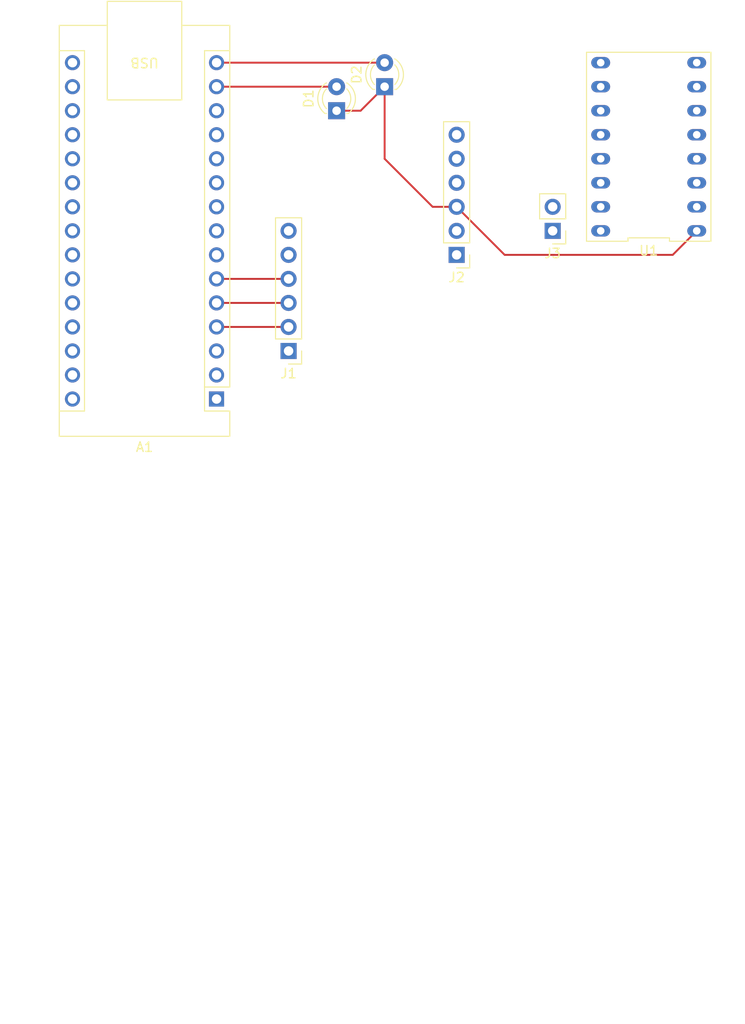
<source format=kicad_pcb>
(kicad_pcb (version 20241229) (generator "pcbnew") (generator_version "9.0")
  (layers (0 "F.Cu" signal) (2 "B.Cu" signal) (13 "F.Paste" user) (15 "B.Paste" user) (5 "F.SilkS" user "F.Silkscreen") (7 "B.SilkS" user "B.Silkscreen") (1 "F.Mask" user) (3 "B.Mask" user) (25 "Edge.Cuts" user))
  (net 0 "")
  (net 1 "ENCODER_A2")
  (net 2 "PWM_MA1")
  (net 3 "GND")
  (net 4 "+5V")
  (net 6 "LED_B")
  (net 7 "ENCODER_A1")
  (net 8 "PWM_MB1")
  (net 9 "PWM_MB2")
  (net 10 "ENCODER_B1")
  (net 11 "PWM_MA2")
  (net 12 "ENCODER_B2")
  (net 13 "LED_A")
  (net 15 "Net-(J1-Pin_6)")
  (net 16 "Net-(J1-Pin_1)")
  (net 17 "Net-(J2-Pin_6)")
  (net 18 "Net-(J2-Pin_1)")
  (net 19 "Net-(J3-Pin_1)")
  (net 20 "Net-(J3-Pin_2)")
  (footprint "LED_THT:LED_D3.0mm" (layer "F.Cu") (at 58.42 25.4 90)
    (property "Reference" "D1" (at 1.27 -2.96 90) (layer "F.SilkS"))
    (property "Value" "LED")
    (fp_line (start -0.29 -1.236) (end -0.29 -1.08) (stroke (width 0.12)) (layer "F.SilkS"))
    (fp_line (start -0.29 1.08) (end -0.29 1.236) (stroke (width 0.12)) (layer "F.SilkS"))
    (fp_arc (start -0.29 -1.235516) (mid 1.36566 -1.987699) (end 2.941437 -1.08) (stroke (width 0.12)) (layer "F.SilkS"))
    (fp_arc (start 0.229039 -1.08) (mid 1.27 -1.5) (end 2.310961 -1.08) (stroke (width 0.12)) (layer "F.SilkS"))
    (fp_arc (start 2.941437 1.08) (mid 1.36566 1.987699) (end -0.29 1.235516) (stroke (width 0.12)) (layer "F.SilkS"))
    (fp_arc (start 2.310961 1.08) (mid 1.27 1.5) (end 0.229039 1.08) (stroke (width 0.12)) (layer "F.SilkS"))
    (pad "1" thru_hole rect (at 0 0 90) (size 1.8 1.8) (drill 0.9) (layers "*.Cu" "*.Mask") (net 3 "GND"))
    (pad "2" thru_hole circle (at 2.54 0 90) (size 1.8 1.8) (drill 0.9) (layers "*.Cu" "*.Mask") (net 13 "LED_A"))
  )
  (footprint "Connector_PinHeader_2.54mm:PinHeader_1x06_P2.54mm_Vertical" (layer "F.Cu") (at 53.34 50.8 180)
    (property "Reference" "J1" (at 0 -2.38 0) (layer "F.SilkS"))
    (property "Value" "motor_B")
    (fp_line (start 1.38 1.27) (end 1.38 14.08) (stroke (width 0.12)) (layer "F.SilkS"))
    (fp_line (start -1.38 14.08) (end 1.38 14.08) (stroke (width 0.12)) (layer "F.SilkS"))
    (fp_line (start -1.38 1.27) (end 1.38 1.27) (stroke (width 0.12)) (layer "F.SilkS"))
    (fp_line (start -1.38 1.27) (end -1.38 14.08) (stroke (width 0.12)) (layer "F.SilkS"))
    (fp_line (start -1.38 0) (end -1.38 -1.38) (stroke (width 0.12)) (layer "F.SilkS"))
    (fp_line (start -1.38 -1.38) (end 0 -1.38) (stroke (width 0.12)) (layer "F.SilkS"))
    (pad "1" thru_hole rect (at 0 0 180) (size 1.7 1.7) (drill 1) (layers "*.Cu" "*.Mask") (net 16 "Net-(J1-Pin_1)"))
    (pad "2" thru_hole circle (at 0 2.54 180) (size 1.7 1.7) (drill 1) (layers "*.Cu" "*.Mask") (net 3 "GND"))
    (pad "3" thru_hole circle (at 0 5.08 180) (size 1.7 1.7) (drill 1) (layers "*.Cu" "*.Mask") (net 10 "ENCODER_B1"))
    (pad "4" thru_hole circle (at 0 7.62 180) (size 1.7 1.7) (drill 1) (layers "*.Cu" "*.Mask") (net 12 "ENCODER_B2"))
    (pad "5" thru_hole circle (at 0 10.16 180) (size 1.7 1.7) (drill 1) (layers "*.Cu" "*.Mask") (net 4 "+5V"))
    (pad "6" thru_hole circle (at 0 12.7 180) (size 1.7 1.7) (drill 1) (layers "*.Cu" "*.Mask") (net 15 "Net-(J1-Pin_6)"))
  )
  (footprint "Custom_Motor:DIP-16_400_ELL" (layer "F.Cu") (at 91.44 29.21 180)
    (property "Reference" "U1" (at 0 -10.99 0) (layer "F.SilkS"))
    (property "Value" "DVR8833")
    (fp_line (start 6.58 -9.99) (end 2.193333 -9.99) (stroke (width 0.12)) (layer "F.SilkS"))
    (fp_line (start 6.579999 9.99) (end 6.58 -9.99) (stroke (width 0.12)) (layer "F.SilkS"))
    (fp_line (start 2.193333 -9.63) (end -2.193333 -9.63) (stroke (width 0.12)) (layer "F.SilkS"))
    (fp_line (start 2.193333 -9.99) (end 2.193333 -9.63) (stroke (width 0.12)) (layer "F.SilkS"))
    (fp_line (start -2.193333 -9.63) (end -2.193333 -9.99) (stroke (width 0.12)) (layer "F.SilkS"))
    (fp_line (start -2.193333 -9.99) (end -6.579999 -9.99) (stroke (width 0.12)) (layer "F.SilkS"))
    (fp_line (start -6.579999 -9.99) (end -6.58 9.99) (stroke (width 0.12)) (layer "F.SilkS"))
    (fp_line (start -6.58 9.99) (end 6.579999 9.99) (stroke (width 0.12)) (layer "F.SilkS"))
    (pad "1" thru_hole oval (at -5.08 -8.89 90) (size 1.2 2) (drill 0.8) (layers "*.Cu" "*.Mask") (net 3 "GND"))
    (pad "2" thru_hole oval (at -5.08 -6.35 90) (size 1.2 2) (drill 0.8) (layers "*.Cu" "*.Mask"))
    (pad "3" thru_hole oval (at -5.08 -3.81 90) (size 1.2 2) (drill 0.8) (layers "*.Cu" "*.Mask") (net 8 "PWM_MB1"))
    (pad "4" thru_hole oval (at -5.08 -1.27 90) (size 1.2 2) (drill 0.8) (layers "*.Cu" "*.Mask") (net 9 "PWM_MB2"))
    (pad "5" thru_hole oval (at -5.08 1.27 90) (size 1.2 2) (drill 0.8) (layers "*.Cu" "*.Mask") (net 2 "PWM_MA1"))
    (pad "6" thru_hole oval (at -5.08 3.81 90) (size 1.2 2) (drill 0.8) (layers "*.Cu" "*.Mask") (net 11 "PWM_MA2"))
    (pad "7" thru_hole oval (at -5.08 6.35 90) (size 1.2 2) (drill 0.8) (layers "*.Cu" "*.Mask"))
    (pad "8" thru_hole oval (at -5.08 8.89 90) (size 1.2 2) (drill 0.8) (layers "*.Cu" "*.Mask"))
    (pad "9" thru_hole oval (at 5.08 8.89 90) (size 1.2 2) (drill 0.8) (layers "*.Cu" "*.Mask"))
    (pad "10" thru_hole oval (at 5.08 6.35 90) (size 1.2 2) (drill 0.8) (layers "*.Cu" "*.Mask"))
    (pad "11" thru_hole oval (at 5.08 3.81 90) (size 1.2 2) (drill 0.8) (layers "*.Cu" "*.Mask") (net 17 "Net-(J2-Pin_6)"))
    (pad "12" thru_hole oval (at 5.08 1.27 90) (size 1.2 2) (drill 0.8) (layers "*.Cu" "*.Mask") (net 18 "Net-(J2-Pin_1)"))
    (pad "13" thru_hole oval (at 5.08 -1.27 90) (size 1.2 2) (drill 0.8) (layers "*.Cu" "*.Mask") (net 15 "Net-(J1-Pin_6)"))
    (pad "14" thru_hole oval (at 5.08 -3.81 90) (size 1.2 2) (drill 0.8) (layers "*.Cu" "*.Mask") (net 16 "Net-(J1-Pin_1)"))
    (pad "15" thru_hole oval (at 5.08 -6.35 90) (size 1.2 2) (drill 0.8) (layers "*.Cu" "*.Mask") (net 20 "Net-(J3-Pin_2)"))
    (pad "16" thru_hole oval (at 5.08 -8.89 90) (size 1.2 2) (drill 0.8) (layers "*.Cu" "*.Mask") (net 19 "Net-(J3-Pin_1)"))
  )
  (footprint "LED_THT:LED_D3.0mm" (layer "F.Cu") (at 63.5 22.86 90)
    (property "Reference" "D2" (at 1.27 -2.96 90) (layer "F.SilkS"))
    (property "Value" "LED")
    (fp_line (start -0.29 -1.236) (end -0.29 -1.08) (stroke (width 0.12)) (layer "F.SilkS"))
    (fp_line (start -0.29 1.08) (end -0.29 1.236) (stroke (width 0.12)) (layer "F.SilkS"))
    (fp_arc (start -0.29 -1.235516) (mid 1.36566 -1.987699) (end 2.941437 -1.08) (stroke (width 0.12)) (layer "F.SilkS"))
    (fp_arc (start 0.229039 -1.08) (mid 1.27 -1.5) (end 2.310961 -1.08) (stroke (width 0.12)) (layer "F.SilkS"))
    (fp_arc (start 2.941437 1.08) (mid 1.36566 1.987699) (end -0.29 1.235516) (stroke (width 0.12)) (layer "F.SilkS"))
    (fp_arc (start 2.310961 1.08) (mid 1.27 1.5) (end 0.229039 1.08) (stroke (width 0.12)) (layer "F.SilkS"))
    (pad "1" thru_hole rect (at 0 0 90) (size 1.8 1.8) (drill 0.9) (layers "*.Cu" "*.Mask") (net 3 "GND"))
    (pad "2" thru_hole circle (at 2.54 0 90) (size 1.8 1.8) (drill 0.9) (layers "*.Cu" "*.Mask") (net 6 "LED_B"))
  )
  (footprint "Connector_PinHeader_2.54mm:PinHeader_1x02_P2.54mm_Vertical" (layer "F.Cu") (at 81.28 38.1 180)
    (property "Reference" "J3" (at 0 -2.38 0) (layer "F.SilkS"))
    (property "Value" "power_motor")
    (fp_line (start 1.38 1.27) (end 1.38 3.92) (stroke (width 0.12)) (layer "F.SilkS"))
    (fp_line (start -1.38 3.92) (end 1.38 3.92) (stroke (width 0.12)) (layer "F.SilkS"))
    (fp_line (start -1.38 1.27) (end 1.38 1.27) (stroke (width 0.12)) (layer "F.SilkS"))
    (fp_line (start -1.38 1.27) (end -1.38 3.92) (stroke (width 0.12)) (layer "F.SilkS"))
    (fp_line (start -1.38 0) (end -1.38 -1.38) (stroke (width 0.12)) (layer "F.SilkS"))
    (fp_line (start -1.38 -1.38) (end 0 -1.38) (stroke (width 0.12)) (layer "F.SilkS"))
    (pad "1" thru_hole rect (at 0 0 180) (size 1.7 1.7) (drill 1) (layers "*.Cu" "*.Mask") (net 19 "Net-(J3-Pin_1)"))
    (pad "2" thru_hole circle (at 0 2.54 180) (size 1.7 1.7) (drill 1) (layers "*.Cu" "*.Mask") (net 20 "Net-(J3-Pin_2)"))
  )
  (footprint "Module:Arduino_Nano" (layer "F.Cu") (at 45.72 55.88 180)
    (property "Reference" "A1" (at 7.62 -5.08 0) (layer "F.SilkS"))
    (property "Value" "Arduino_Nano_v3.x")
    (fp_line (start 16.64 39.5) (end 16.64 -3.94) (stroke (width 0.12)) (layer "F.SilkS"))
    (fp_line (start 16.64 39.5) (end 11.56 39.5) (stroke (width 0.12)) (layer "F.SilkS"))
    (fp_line (start 16.64 -3.94) (end -1.4 -3.94) (stroke (width 0.12)) (layer "F.SilkS"))
    (fp_line (start 13.97 36.83) (end 16.64 36.83) (stroke (width 0.12)) (layer "F.SilkS"))
    (fp_line (start 13.97 -1.27) (end 16.64 -1.27) (stroke (width 0.12)) (layer "F.SilkS"))
    (fp_line (start 13.97 -1.27) (end 13.97 36.83) (stroke (width 0.12)) (layer "F.SilkS"))
    (fp_line (start 11.56 42.04) (end 3.68 42.04) (stroke (width 0.12)) (layer "F.SilkS"))
    (fp_line (start 11.56 31.62) (end 11.56 42.04) (stroke (width 0.12)) (layer "F.SilkS"))
    (fp_line (start 3.68 42.04) (end 3.68 31.62) (stroke (width 0.12)) (layer "F.SilkS"))
    (fp_line (start 3.68 31.62) (end 11.56 31.62) (stroke (width 0.12)) (layer "F.SilkS"))
    (fp_line (start 1.27 36.83) (end -1.4 36.83) (stroke (width 0.12)) (layer "F.SilkS"))
    (fp_line (start 1.27 1.27) (end 1.27 36.83) (stroke (width 0.12)) (layer "F.SilkS"))
    (fp_line (start 1.27 1.27) (end 1.27 -1.27) (stroke (width 0.12)) (layer "F.SilkS"))
    (fp_line (start 1.27 1.27) (end -1.4 1.27) (stroke (width 0.12)) (layer "F.SilkS"))
    (fp_line (start 1.27 -1.27) (end -1.4 -1.27) (stroke (width 0.12)) (layer "F.SilkS"))
    (fp_line (start -1.4 39.5) (end 3.68 39.5) (stroke (width 0.12)) (layer "F.SilkS"))
    (fp_line (start -1.4 1.27) (end -1.4 39.5) (stroke (width 0.12)) (layer "F.SilkS"))
    (fp_line (start -1.4 -3.94) (end -1.4 -1.27) (stroke (width 0.12)) (layer "F.SilkS"))
    (fp_text user "USB" (at 7.62 35.56 180) (layer "F.SilkS"))
    (pad "1" thru_hole rect (at 0 0 180) (size 1.6 1.6) (drill 1) (layers "*.Cu" "*.Mask"))
    (pad "2" thru_hole oval (at 0 2.54 180) (size 1.6 1.6) (drill 1) (layers "*.Cu" "*.Mask"))
    (pad "3" thru_hole oval (at 0 5.08 180) (size 1.6 1.6) (drill 1) (layers "*.Cu" "*.Mask"))
    (pad "4" thru_hole oval (at 0 7.62 180) (size 1.6 1.6) (drill 1) (layers "*.Cu" "*.Mask") (net 3 "GND"))
    (pad "5" thru_hole oval (at 0 10.16 180) (size 1.6 1.6) (drill 1) (layers "*.Cu" "*.Mask") (net 10 "ENCODER_B1"))
    (pad "6" thru_hole oval (at 0 12.7 180) (size 1.6 1.6) (drill 1) (layers "*.Cu" "*.Mask") (net 12 "ENCODER_B2"))
    (pad "7" thru_hole oval (at 0 15.24 180) (size 1.6 1.6) (drill 1) (layers "*.Cu" "*.Mask"))
    (pad "8" thru_hole oval (at 0 17.78 180) (size 1.6 1.6) (drill 1) (layers "*.Cu" "*.Mask") (net 8 "PWM_MB1"))
    (pad "9" thru_hole oval (at 0 20.32 180) (size 1.6 1.6) (drill 1) (layers "*.Cu" "*.Mask") (net 9 "PWM_MB2"))
    (pad "10" thru_hole oval (at 0 22.86 180) (size 1.6 1.6) (drill 1) (layers "*.Cu" "*.Mask") (net 7 "ENCODER_A1"))
    (pad "11" thru_hole oval (at 0 25.4 180) (size 1.6 1.6) (drill 1) (layers "*.Cu" "*.Mask") (net 1 "ENCODER_A2"))
    (pad "12" thru_hole oval (at 0 27.94 180) (size 1.6 1.6) (drill 1) (layers "*.Cu" "*.Mask") (net 2 "PWM_MA1"))
    (pad "13" thru_hole oval (at 0 30.48 180) (size 1.6 1.6) (drill 1) (layers "*.Cu" "*.Mask") (net 11 "PWM_MA2"))
    (pad "14" thru_hole oval (at 0 33.02 180) (size 1.6 1.6) (drill 1) (layers "*.Cu" "*.Mask") (net 13 "LED_A"))
    (pad "15" thru_hole oval (at 0 35.56 180) (size 1.6 1.6) (drill 1) (layers "*.Cu" "*.Mask") (net 6 "LED_B"))
    (pad "16" thru_hole oval (at 15.24 35.56 180) (size 1.6 1.6) (drill 1) (layers "*.Cu" "*.Mask"))
    (pad "17" thru_hole oval (at 15.24 33.02 180) (size 1.6 1.6) (drill 1) (layers "*.Cu" "*.Mask"))
    (pad "18" thru_hole oval (at 15.24 30.48 180) (size 1.6 1.6) (drill 1) (layers "*.Cu" "*.Mask"))
    (pad "19" thru_hole oval (at 15.24 27.94 180) (size 1.6 1.6) (drill 1) (layers "*.Cu" "*.Mask"))
    (pad "20" thru_hole oval (at 15.24 25.4 180) (size 1.6 1.6) (drill 1) (layers "*.Cu" "*.Mask"))
    (pad "21" thru_hole oval (at 15.24 22.86 180) (size 1.6 1.6) (drill 1) (layers "*.Cu" "*.Mask"))
    (pad "22" thru_hole oval (at 15.24 20.32 180) (size 1.6 1.6) (drill 1) (layers "*.Cu" "*.Mask"))
    (pad "23" thru_hole oval (at 15.24 17.78 180) (size 1.6 1.6) (drill 1) (layers "*.Cu" "*.Mask"))
    (pad "24" thru_hole oval (at 15.24 15.24 180) (size 1.6 1.6) (drill 1) (layers "*.Cu" "*.Mask"))
    (pad "25" thru_hole oval (at 15.24 12.7 180) (size 1.6 1.6) (drill 1) (layers "*.Cu" "*.Mask"))
    (pad "26" thru_hole oval (at 15.24 10.16 180) (size 1.6 1.6) (drill 1) (layers "*.Cu" "*.Mask"))
    (pad "27" thru_hole oval (at 15.24 7.62 180) (size 1.6 1.6) (drill 1) (layers "*.Cu" "*.Mask") (net 4 "+5V"))
    (pad "28" thru_hole oval (at 15.24 5.08 180) (size 1.6 1.6) (drill 1) (layers "*.Cu" "*.Mask"))
    (pad "29" thru_hole oval (at 15.24 2.54 180) (size 1.6 1.6) (drill 1) (layers "*.Cu" "*.Mask"))
    (pad "30" thru_hole oval (at 15.24 0 180) (size 1.6 1.6) (drill 1) (layers "*.Cu" "*.Mask"))
  )
  (footprint "Connector_PinHeader_2.54mm:PinHeader_1x06_P2.54mm_Vertical" (layer "F.Cu") (at 71.12 40.64 180)
    (property "Reference" "J2" (at 0 -2.38 0) (layer "F.SilkS"))
    (property "Value" "motor_A")
    (fp_line (start 1.38 1.27) (end 1.38 14.08) (stroke (width 0.12)) (layer "F.SilkS"))
    (fp_line (start -1.38 14.08) (end 1.38 14.08) (stroke (width 0.12)) (layer "F.SilkS"))
    (fp_line (start -1.38 1.27) (end 1.38 1.27) (stroke (width 0.12)) (layer "F.SilkS"))
    (fp_line (start -1.38 1.27) (end -1.38 14.08) (stroke (width 0.12)) (layer "F.SilkS"))
    (fp_line (start -1.38 0) (end -1.38 -1.38) (stroke (width 0.12)) (layer "F.SilkS"))
    (fp_line (start -1.38 -1.38) (end 0 -1.38) (stroke (width 0.12)) (layer "F.SilkS"))
    (pad "1" thru_hole rect (at 0 0 180) (size 1.7 1.7) (drill 1) (layers "*.Cu" "*.Mask") (net 18 "Net-(J2-Pin_1)"))
    (pad "2" thru_hole circle (at 0 2.54 180) (size 1.7 1.7) (drill 1) (layers "*.Cu" "*.Mask") (net 3 "GND"))
    (pad "3" thru_hole circle (at 0 5.08 180) (size 1.7 1.7) (drill 1) (layers "*.Cu" "*.Mask") (net 7 "ENCODER_A1"))
    (pad "4" thru_hole circle (at 0 7.62 180) (size 1.7 1.7) (drill 1) (layers "*.Cu" "*.Mask") (net 1 "ENCODER_A2"))
    (pad "5" thru_hole circle (at 0 10.16 180) (size 1.7 1.7) (drill 1) (layers "*.Cu" "*.Mask") (net 4 "+5V"))
    (pad "6" thru_hole circle (at 0 12.7 180) (size 1.7 1.7) (drill 1) (layers "*.Cu" "*.Mask") (net 17 "Net-(J2-Pin_6)"))
  )
  (segment (start 93.98 40.64) (end 96.52 38.1) (width 0.2) (layer "F.Cu") (net 3))
  (segment (start 58.42 25.4) (end 60.96 25.4) (width 0.2) (layer "F.Cu") (net 3))
  (segment (start 68.58 35.56) (end 71.12 35.56) (width 0.2) (layer "F.Cu") (net 3))
  (segment (start 63.5 22.86) (end 63.5 30.48) (width 0.2) (layer "F.Cu") (net 3))
  (segment (start 71.12 35.56) (end 76.2 40.64) (width 0.2) (layer "F.Cu") (net 3))
  (segment (start 45.72 48.26) (end 53.34 48.26) (width 0.2) (layer "F.Cu") (net 3))
  (segment (start 60.96 25.4) (end 63.5 22.86) (width 0.2) (layer "F.Cu") (net 3))
  (segment (start 76.2 40.64) (end 93.98 40.64) (width 0.2) (layer "F.Cu") (net 3))
  (segment (start 63.5 30.48) (end 68.58 35.56) (width 0.2) (layer "F.Cu") (net 3))
  (segment (start 45.72 20.32) (end 63.5 20.32) (width 0.2) (layer "F.Cu") (net 6))
  (segment (start 45.72 45.72) (end 53.34 45.72) (width 0.2) (layer "F.Cu") (net 10))
  (segment (start 45.72 43.18) (end 53.34 43.18) (width 0.2) (layer "F.Cu") (net 12))
  (segment (start 45.72 22.86) (end 58.42 22.86) (width 0.2) (layer "F.Cu") (net 13))
)
</source>
